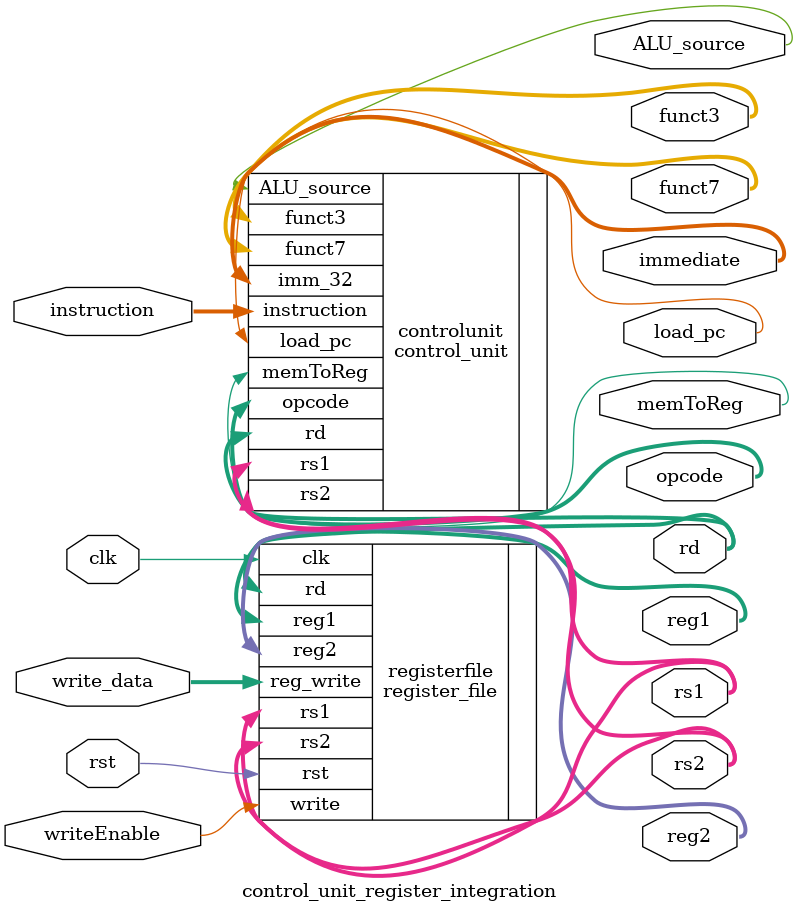
<source format=sv>
module control_unit_register_integration (

    //control unit 
    input logic [31:0] instruction,
    output logic [6:0] opcode, funct7,
    output logic [2:0] funct3,
    output logic [31:0] immediate,
    output logic ALU_source, memToReg, load_pc,

    //input + output
    output logic [4:0] rs1, rs2, rd,

    //registers
    input logic [31:0] write_data,
    input logic clk, rst, writeEnable,
    output logic [31:0] reg1, reg2

);
    control_unit controlunit (
        .instruction(instruction),
        .opcode(opcode),
        .funct7(funct7),
        .funct3(funct3),
        .rs1(rs1),
        .rs2(rs2),
        .rd(rd),
        .imm_32(immediate),
        .ALU_source(ALU_source),
        .memToReg(memToReg),
        .load_pc(load_pc)
    );

    register_file registerfile (
        .reg_write(write_data),
        .rd(rd),
        .rs1(rs1),
        .rs2(rs2),
        .clk(clk),
        .rst(rst),
        .write(writeEnable),
        //outputs
        .reg1(reg1),
        .reg2(reg2)
    );

endmodule
</source>
